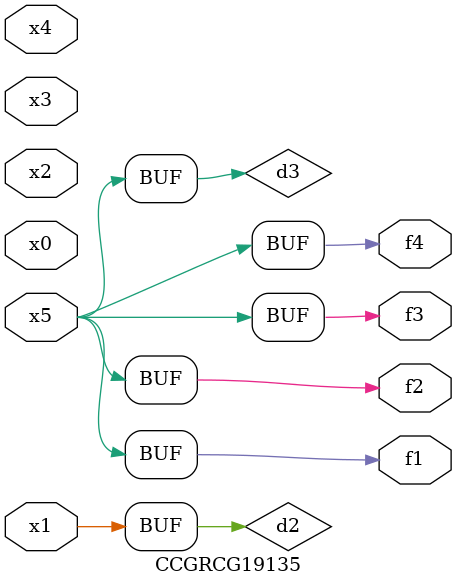
<source format=v>
module CCGRCG19135(
	input x0, x1, x2, x3, x4, x5,
	output f1, f2, f3, f4
);

	wire d1, d2, d3;

	not (d1, x5);
	or (d2, x1);
	xnor (d3, d1);
	assign f1 = d3;
	assign f2 = d3;
	assign f3 = d3;
	assign f4 = d3;
endmodule

</source>
